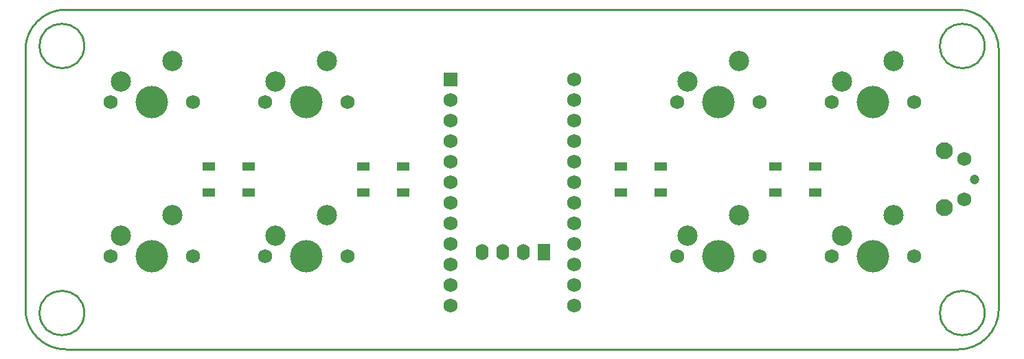
<source format=gbr>
%TF.GenerationSoftware,KiCad,Pcbnew,(6.0.4)*%
%TF.CreationDate,2022-04-15T23:45:21+02:00*%
%TF.ProjectId,TutelPad,54757465-6c50-4616-942e-6b696361645f,rev1.0*%
%TF.SameCoordinates,Original*%
%TF.FileFunction,Soldermask,Bot*%
%TF.FilePolarity,Negative*%
%FSLAX46Y46*%
G04 Gerber Fmt 4.6, Leading zero omitted, Abs format (unit mm)*
G04 Created by KiCad (PCBNEW (6.0.4)) date 2022-04-15 23:45:21*
%MOMM*%
%LPD*%
G01*
G04 APERTURE LIST*
%TA.AperFunction,Profile*%
%ADD10C,0.250000*%
%TD*%
%ADD11C,1.750000*%
%ADD12C,4.000000*%
%ADD13C,2.500000*%
%ADD14C,2.100000*%
%ADD15C,1.200000*%
%ADD16R,1.600000X2.000000*%
%ADD17O,1.600000X2.000000*%
%ADD18R,1.752600X1.752600*%
%ADD19C,1.752600*%
%ADD20R,1.500000X1.000000*%
G04 APERTURE END LIST*
D10*
X98598750Y-79243440D02*
G75*
G03*
X93598750Y-84243439I0J-5000000D01*
G01*
X208598750Y-79243439D02*
X98598750Y-79243439D01*
X98598750Y-121243439D02*
X208598750Y-121243439D01*
X208598750Y-121243350D02*
G75*
G03*
X213598750Y-116243439I50J4999950D01*
G01*
X213598761Y-84243439D02*
G75*
G03*
X208598750Y-79243439I-4999961J39D01*
G01*
X100848750Y-116743439D02*
G75*
G03*
X100848750Y-116743439I-2750000J0D01*
G01*
X211848750Y-83743439D02*
G75*
G03*
X211848750Y-83743439I-2750000J0D01*
G01*
X211848750Y-116743439D02*
G75*
G03*
X211848750Y-116743439I-2750000J0D01*
G01*
X93598661Y-116243439D02*
G75*
G03*
X98598750Y-121243439I5000039J39D01*
G01*
X93598750Y-84243439D02*
X93598750Y-116243439D01*
X100848750Y-83743439D02*
G75*
G03*
X100848750Y-83743439I-2750000J0D01*
G01*
X213598750Y-116243439D02*
X213598750Y-84243439D01*
D11*
%TO.C,MX8*%
X192972811Y-109763439D03*
D12*
X198052811Y-109763439D03*
D11*
X203132811Y-109763439D03*
D13*
X194242811Y-107223439D03*
X200592811Y-104683439D03*
%TD*%
D11*
%TO.C,MX5*%
X104072811Y-109763439D03*
X114232811Y-109763439D03*
D12*
X109152811Y-109763439D03*
D13*
X105342811Y-107223439D03*
X111692811Y-104683439D03*
%TD*%
D11*
%TO.C,MX6*%
X123122811Y-109763439D03*
X133282811Y-109763439D03*
D12*
X128202811Y-109763439D03*
D13*
X124392811Y-107223439D03*
X130742811Y-104683439D03*
%TD*%
D14*
%TO.C,SW1*%
X206876250Y-103728439D03*
D15*
X210576250Y-100218439D03*
D14*
X206876250Y-96718439D03*
D11*
X209366250Y-97718439D03*
X209366250Y-102718439D03*
%TD*%
D12*
%TO.C,MX3*%
X179002811Y-90713439D03*
D11*
X184082811Y-90713439D03*
X173922811Y-90713439D03*
D13*
X175192811Y-88173439D03*
X181542811Y-85633439D03*
%TD*%
D12*
%TO.C,MX7*%
X179002811Y-109763439D03*
D11*
X173922811Y-109763439D03*
X184082811Y-109763439D03*
D13*
X175192811Y-107223439D03*
X181542811Y-104683439D03*
%TD*%
D16*
%TO.C,OL1*%
X157518750Y-109243439D03*
D17*
X154978750Y-109243439D03*
X152438750Y-109243439D03*
X149898750Y-109243439D03*
%TD*%
D11*
%TO.C,MX2*%
X133282811Y-90713439D03*
D12*
X128202811Y-90713439D03*
D11*
X123122811Y-90713439D03*
D13*
X124392811Y-88173439D03*
X130742811Y-85633439D03*
%TD*%
D12*
%TO.C,MX1*%
X109152811Y-90713439D03*
D11*
X114232811Y-90713439D03*
X104072811Y-90713439D03*
D13*
X105342811Y-88173439D03*
X111692811Y-85633439D03*
%TD*%
D18*
%TO.C,U1*%
X145982811Y-87855939D03*
D19*
X145982811Y-90395939D03*
X145982811Y-92935939D03*
X145982811Y-95475939D03*
X145982811Y-98015939D03*
X145982811Y-100555939D03*
X145982811Y-103095939D03*
X145982811Y-105635939D03*
X145982811Y-108175939D03*
X145982811Y-110715939D03*
X145982811Y-113255939D03*
X145982811Y-115795939D03*
X161222811Y-115795939D03*
X161222811Y-113255939D03*
X161222811Y-110715939D03*
X161222811Y-108175939D03*
X161222811Y-105635939D03*
X161222811Y-103095939D03*
X161222811Y-100555939D03*
X161222811Y-98015939D03*
X161222811Y-95475939D03*
X161222811Y-92935939D03*
X161222811Y-90395939D03*
X161222811Y-87855939D03*
%TD*%
D11*
%TO.C,MX4*%
X192972811Y-90713439D03*
X203132811Y-90713439D03*
D12*
X198052811Y-90713439D03*
D13*
X194242811Y-88173439D03*
X200592811Y-85633439D03*
%TD*%
D20*
%TO.C,RGB4*%
X190977811Y-98638439D03*
X190977811Y-101838439D03*
X186077811Y-101838439D03*
X186077811Y-98638439D03*
%TD*%
%TO.C,RGB3*%
X171927811Y-98638439D03*
X171927811Y-101838439D03*
X167027811Y-101838439D03*
X167027811Y-98638439D03*
%TD*%
%TO.C,RGB2*%
X140177811Y-98638439D03*
X140177811Y-101838439D03*
X135277811Y-101838439D03*
X135277811Y-98638439D03*
%TD*%
%TO.C,RGB1*%
X121127811Y-98638439D03*
X121127811Y-101838439D03*
X116227811Y-101838439D03*
X116227811Y-98638439D03*
%TD*%
M02*

</source>
